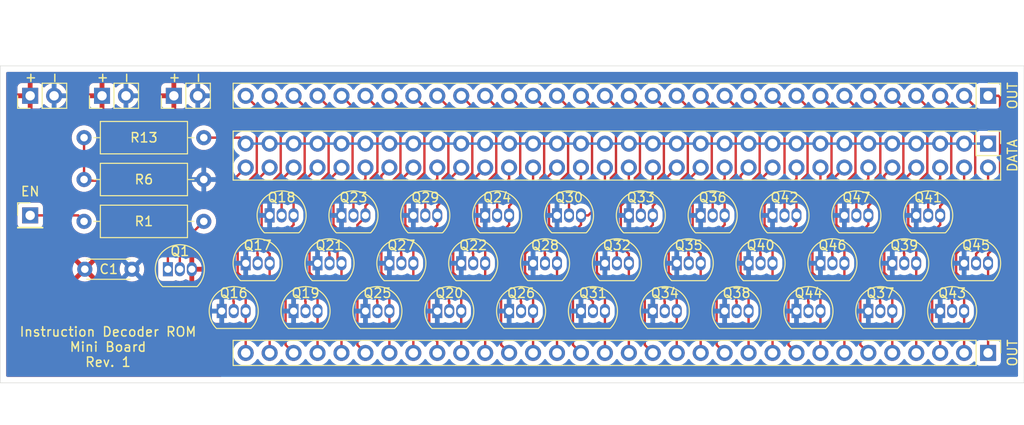
<source format=kicad_pcb>
(kicad_pcb (version 20221018) (generator pcbnew)
  (layers (0 "F.Cu" signal) (31 "B.Cu" signal) (34 "B.Paste" user) (35 "F.Paste" user) (36 "B.SilkS" user "B.Silkscreen") (37 "F.SilkS" user "F.Silkscreen") (38 "B.Mask" user) (39 "F.Mask" user) (44 "Edge.Cuts" user))
  (net 0 "")
  (net 1 "VCC")
  (net 2 "GND")
  (net 3 "Net-(J1-Pin_1)")
  (net 4 "Net-(J7-Pin_1)")
  (net 5 "Net-(J7-Pin_2)")
  (net 6 "Net-(J7-Pin_4)")
  (net 7 "Net-(J7-Pin_6)")
  (net 8 "Net-(J7-Pin_8)")
  (net 9 "Net-(J7-Pin_10)")
  (net 10 "Net-(J7-Pin_12)")
  (net 11 "Net-(J7-Pin_14)")
  (net 12 "Net-(J7-Pin_16)")
  (net 13 "Net-(J7-Pin_18)")
  (net 14 "Net-(J7-Pin_20)")
  (net 15 "Net-(J7-Pin_22)")
  (net 16 "Net-(J7-Pin_24)")
  (net 17 "Net-(J7-Pin_26)")
  (net 18 "Net-(J7-Pin_28)")
  (net 19 "Net-(J7-Pin_30)")
  (net 20 "Net-(J7-Pin_32)")
  (net 21 "Net-(J7-Pin_34)")
  (net 22 "Net-(J7-Pin_36)")
  (net 23 "Net-(J7-Pin_38)")
  (net 24 "Net-(J7-Pin_40)")
  (net 25 "Net-(J7-Pin_42)")
  (net 26 "Net-(J7-Pin_44)")
  (net 27 "Net-(J7-Pin_46)")
  (net 28 "Net-(J7-Pin_48)")
  (net 29 "Net-(J7-Pin_50)")
  (net 30 "Net-(J7-Pin_52)")
  (net 31 "Net-(J7-Pin_54)")
  (net 32 "Net-(J7-Pin_56)")
  (net 33 "Net-(J7-Pin_58)")
  (net 34 "Net-(J7-Pin_60)")
  (net 35 "Net-(J7-Pin_62)")
  (net 36 "Net-(J7-Pin_64)")
  (net 37 "Net-(J12-Pin_1)")
  (net 38 "Net-(J12-Pin_2)")
  (net 39 "Net-(J12-Pin_3)")
  (net 40 "Net-(J12-Pin_4)")
  (net 41 "Net-(J12-Pin_5)")
  (net 42 "Net-(J12-Pin_6)")
  (net 43 "Net-(J12-Pin_7)")
  (net 44 "Net-(J12-Pin_8)")
  (net 45 "Net-(J12-Pin_9)")
  (net 46 "Net-(J12-Pin_10)")
  (net 47 "Net-(J12-Pin_11)")
  (net 48 "Net-(J12-Pin_12)")
  (net 49 "Net-(J12-Pin_13)")
  (net 50 "Net-(J12-Pin_14)")
  (net 51 "Net-(J12-Pin_15)")
  (net 52 "Net-(J12-Pin_16)")
  (net 53 "Net-(J12-Pin_17)")
  (net 54 "Net-(J12-Pin_18)")
  (net 55 "Net-(J12-Pin_19)")
  (net 56 "Net-(J12-Pin_20)")
  (net 57 "Net-(J12-Pin_21)")
  (net 58 "Net-(J12-Pin_22)")
  (net 59 "Net-(J12-Pin_23)")
  (net 60 "Net-(J12-Pin_24)")
  (net 61 "Net-(J12-Pin_25)")
  (net 62 "Net-(J12-Pin_26)")
  (net 63 "Net-(J12-Pin_27)")
  (net 64 "Net-(J12-Pin_28)")
  (net 65 "Net-(J12-Pin_29)")
  (net 66 "Net-(J12-Pin_30)")
  (net 67 "Net-(J12-Pin_31)")
  (net 68 "Net-(J12-Pin_32)")
  (net 69 "Net-(Q1-E)")
  (net 70 "Net-(Q1-B)")
  (footprint "Connector_PinHeader_2.54mm:PinHeader_1x02_P2.54mm_Vertical" (layer "F.Cu") (at 83.82 125.095 90)
    (fp_text reference "J3" hide)
    (fp_text value "Power")
  )
  (footprint "Connector_PinHeader_2.54mm:PinHeader_1x02_P2.54mm_Vertical" (layer "F.Cu") (at 91.44 125.095 90)
    (fp_text reference "J4" hide)
    (fp_text value "Power")
  )
  (footprint "Connector_PinHeader_2.54mm:PinHeader_1x02_P2.54mm_Vertical" (layer "F.Cu") (at 76.2 125.095 90)
    (fp_text reference "J5" hide)
    (fp_text value "Power")
  )
  (footprint "Package_TO_SOT_THT:TO-92_Inline" (layer "F.Cu") (at 90.805 143.51)
    (fp_text reference "Q1")
    (fp_text value "2N2222")
  )
  (footprint "Package_TO_SOT_THT:TO-92_Inline" (layer "F.Cu") (at 96.52 147.955)
    (fp_text reference "Q16")
    (fp_text value "2N2222")
  )
  (footprint "Package_TO_SOT_THT:TO-92_Inline" (layer "F.Cu") (at 99.06 142.875)
    (fp_text reference "Q17")
    (fp_text value "2N2222")
  )
  (footprint "Package_TO_SOT_THT:TO-92_Inline" (layer "F.Cu") (at 101.6 137.795)
    (fp_text reference "Q18")
    (fp_text value "2N2222")
  )
  (footprint "Package_TO_SOT_THT:TO-92_Inline" (layer "F.Cu") (at 104.14 147.955)
    (fp_text reference "Q19")
    (fp_text value "2N2222")
  )
  (footprint "Package_TO_SOT_THT:TO-92_Inline" (layer "F.Cu") (at 119.38 147.955)
    (fp_text reference "Q20")
    (fp_text value "2N2222")
  )
  (footprint "Package_TO_SOT_THT:TO-92_Inline" (layer "F.Cu") (at 106.68 142.875)
    (fp_text reference "Q21")
    (fp_text value "2N2222")
  )
  (footprint "Package_TO_SOT_THT:TO-92_Inline" (layer "F.Cu") (at 121.92 142.875)
    (fp_text reference "Q22")
    (fp_text value "2N2222")
  )
  (footprint "Package_TO_SOT_THT:TO-92_Inline" (layer "F.Cu") (at 109.22 137.795)
    (fp_text reference "Q23")
    (fp_text value "2N2222")
  )
  (footprint "Package_TO_SOT_THT:TO-92_Inline" (layer "F.Cu") (at 124.46 137.795)
    (fp_text reference "Q24")
    (fp_text value "2N2222")
  )
  (footprint "Package_TO_SOT_THT:TO-92_Inline" (layer "F.Cu") (at 111.76 147.955)
    (fp_text reference "Q25")
    (fp_text value "2N2222")
  )
  (footprint "Package_TO_SOT_THT:TO-92_Inline" (layer "F.Cu") (at 127 147.955)
    (fp_text reference "Q26")
    (fp_text value "2N2222")
  )
  (footprint "Package_TO_SOT_THT:TO-92_Inline" (layer "F.Cu") (at 114.3 142.875)
    (fp_text reference "Q27")
    (fp_text value "2N2222")
  )
  (footprint "Package_TO_SOT_THT:TO-92_Inline" (layer "F.Cu") (at 129.54 142.875)
    (fp_text reference "Q28")
    (fp_text value "2N2222")
  )
  (footprint "Package_TO_SOT_THT:TO-92_Inline" (layer "F.Cu") (at 116.84 137.795)
    (fp_text reference "Q29")
    (fp_text value "2N2222")
  )
  (footprint "Package_TO_SOT_THT:TO-92_Inline" (layer "F.Cu") (at 132.08 137.795)
    (fp_text reference "Q30")
    (fp_text value "2N2222")
  )
  (footprint "Package_TO_SOT_THT:TO-92_Inline" (layer "F.Cu") (at 134.62 147.955)
    (fp_text reference "Q31")
    (fp_text value "2N2222")
  )
  (footprint "Package_TO_SOT_THT:TO-92_Inline" (layer "F.Cu") (at 137.16 142.875)
    (fp_text reference "Q32")
    (fp_text value "2N2222")
  )
  (footprint "Package_TO_SOT_THT:TO-92_Inline" (layer "F.Cu") (at 139.7 137.795)
    (fp_text reference "Q33")
    (fp_text value "2N2222")
  )
  (footprint "Package_TO_SOT_THT:TO-92_Inline" (layer "F.Cu") (at 142.24 147.955)
    (fp_text reference "Q34")
    (fp_text value "2N2222")
  )
  (footprint "Package_TO_SOT_THT:TO-92_Inline" (layer "F.Cu") (at 144.78 142.875)
    (fp_text reference "Q35")
    (fp_text value "2N2222")
  )
  (footprint "Package_TO_SOT_THT:TO-92_Inline" (layer "F.Cu") (at 147.32 137.795)
    (fp_text reference "Q36")
    (fp_text value "2N2222")
  )
  (footprint "Package_TO_SOT_THT:TO-92_Inline" (layer "F.Cu") (at 165.1 147.955)
    (fp_text reference "Q37")
    (fp_text value "2N2222")
  )
  (footprint "Package_TO_SOT_THT:TO-92_Inline" (layer "F.Cu") (at 149.86 147.955)
    (fp_text reference "Q38")
    (fp_text value "2N2222")
  )
  (footprint "Package_TO_SOT_THT:TO-92_Inline" (layer "F.Cu") (at 167.64 142.875)
    (fp_text reference "Q39")
    (fp_text value "2N2222")
  )
  (footprint "Package_TO_SOT_THT:TO-92_Inline" (layer "F.Cu") (at 152.4 142.875)
    (fp_text reference "Q40")
    (fp_text value "2N2222")
  )
  (footprint "Package_TO_SOT_THT:TO-92_Inline" (layer "F.Cu") (at 170.18 137.795)
    (fp_text reference "Q41")
    (fp_text value "2N2222")
  )
  (footprint "Package_TO_SOT_THT:TO-92_Inline" (layer "F.Cu") (at 154.94 137.795)
    (fp_text reference "Q42")
    (fp_text value "2N2222")
  )
  (footprint "Package_TO_SOT_THT:TO-92_Inline" (layer "F.Cu") (at 172.72 147.955)
    (fp_text reference "Q43")
    (fp_text value "2N2222")
  )
  (footprint "Package_TO_SOT_THT:TO-92_Inline" (layer "F.Cu") (at 157.48 147.955)
    (fp_text reference "Q44")
    (fp_text value "2N2222")
  )
  (footprint "Package_TO_SOT_THT:TO-92_Inline" (layer "F.Cu") (at 175.26 142.875)
    (fp_text reference "Q45")
    (fp_text value "2N2222")
  )
  (footprint "Package_TO_SOT_THT:TO-92_Inline" (layer "F.Cu") (at 160.02 142.875)
    (fp_text reference "Q46")
    (fp_text value "2N2222")
  )
  (footprint "Package_TO_SOT_THT:TO-92_Inline" (layer "F.Cu") (at 162.56 137.795)
    (fp_text reference "Q47")
    (fp_text value "2N2222")
  )
  (footprint "Resistor_THT:R_Axial_DIN0309_L9.0mm_D3.2mm_P12.70mm_Horizontal" (layer "F.Cu") (at 94.615 138.43 180)
    (fp_text reference "R1")
    (fp_text value "10K")
  )
  (footprint "Resistor_THT:R_Axial_DIN0309_L9.0mm_D3.2mm_P12.70mm_Horizontal" (layer "F.Cu") (at 81.915 133.985)
    (fp_text reference "R6")
    (fp_text value "1K")
  )
  (footprint "Resistor_THT:R_Axial_DIN0309_L9.0mm_D3.2mm_P12.70mm_Horizontal" (layer "F.Cu") (at 94.615 129.54 180)
    (fp_text reference "R13")
    (fp_text value "1K")
  )
  (footprint "Capacitor_THT:C_Disc_D4.3mm_W1.9mm_P5.00mm" (layer "F.Cu") (at 81.995 143.51)
    (fp_text reference "C1")
    (fp_text value "0.1uF")
  )
  (footprint "Connector_PinHeader_2.54mm:PinHeader_2x32_P2.54mm_Vertical" (layer "F.Cu") (at 177.8 130.175 -90)
    (fp_text reference "J7" hide)
    (fp_text value "BIT_4_CONFIG")
  )
  (footprint "Connector_PinHeader_2.54mm:PinHeader_1x01_P2.54mm_Vertical" (layer "F.Cu") (at 76.2 137.795)
    (fp_text reference "J1" hide)
    (fp_text value "EN")
  )
  (footprint "Connector_PinHeader_2.54mm:PinHeader_1x32_P2.54mm_Vertical" (layer "F.Cu") (at 177.8 125.095 -90)
    (fp_text reference "J12" hide)
    (fp_text value "MICROCODE_PASSTHROUGH")
  )
  (footprint "Connector_PinHeader_2.54mm:PinHeader_1x32_P2.54mm_Vertical" (layer "F.Cu") (at 177.8 152.4 -90)
    (fp_text reference "J8" hide)
    (fp_text value "MICROCODE_OUTPUT")
  )
  (gr_line (start 181.61 155.575) (end 181.61 154.94) (stroke (width 0.05)) (layer "Edge.Cuts"))
  (gr_line (start 73.025 121.92) (end 73.025 155.575) (stroke (width 0.05)) (layer "Edge.Cuts"))
  (gr_line (start 175.26 155.575) (end 181.61 155.575) (stroke (width 0.05)) (layer "Edge.Cuts"))
  (gr_line (start 181.61 154.94) (end 181.61 121.92) (stroke (width 0.05)) (layer "Edge.Cuts"))
  (gr_line (start 73.025 155.575) (end 175.26 155.575) (stroke (width 0.05)) (layer "Edge.Cuts"))
  (gr_line (start 181.61 121.92) (end 73.025 121.92) (stroke (width 0.05)) (layer "Edge.Cuts"))
  (gr_text "-" (at 78.74 123.19 90) (layer "F.SilkS") (effects (font (size 1 1))))
  (gr_text "+" (at 83.82 123.19 90) (layer "F.SilkS") (effects (font (size 1 1))))
  (gr_text "-" (at 86.36 123.19 90) (layer "F.SilkS") (effects (font (size 1 1))))
  (gr_text "+" (at 91.44 123.19 90) (layer "F.SilkS") (effects (font (size 1 1))))
  (gr_text "-" (at 93.98 123.19 90) (layer "F.SilkS") (effects (font (size 1 1))))
  (gr_text "OUT" (at 180.975 125.095 90) (layer "F.SilkS") (effects (font (size 1 1)) (justify bottom)))
  (gr_text "OUT" (at 180.975 152.4 90) (layer "F.SilkS") (effects (font (size 1 1)) (justify bottom)))
  (gr_text "+" (at 76.2 123.19 90) (layer "F.SilkS") (effects (font (size 1 1))))
  (gr_text "Instruction Decoder ROM\nMini Board\nRev. 1" (at 84.455 151.765) (layer "F.SilkS") (effects (font (size 1 1))))
  (gr_text "DATA" (at 180.975 131.445 90) (layer "F.SilkS") (effects (font (size 1 1)) (justify bottom)))
  (segment (start 76.2 137.795) (end 81.28 137.795) (width 0.25) (layer "F.Cu") (net 3))
  (segment (start 81.28 137.795) (end 81.915 138.43) (width 0.25) (layer "F.Cu") (net 3))
  (segment (start 94.615 129.54) (end 98.425 129.54) (width 0.25) (layer "F.Cu") (net 4))
  (segment (start 98.425 129.54) (end 99.06 130.175) (width 0.25) (layer "F.Cu") (net 4))
  (segment (start 99.06 130.175) (end 177.8 130.175) (width 0.25) (layer "B.Cu") (net 4))
  (segment (start 177.8 140.605) (end 176.53 141.875) (width 0.25) (layer "F.Cu") (net 5))
  (segment (start 176.53 141.875) (end 176.53 142.875) (width 0.25) (layer "F.Cu") (net 5))
  (segment (start 177.8 132.715) (end 177.8 140.605) (width 0.25) (layer "F.Cu") (net 5))
  (segment (start 173.959988 141.678599) (end 173.959988 146.924988) (width 0.25) (layer "F.Cu") (net 6))
  (segment (start 175.26 132.715) (end 175.26 140.378587) (width 0.25) (layer "F.Cu") (net 6))
  (segment (start 175.26 140.378587) (end 173.959988 141.678599) (width 0.25) (layer "F.Cu") (net 6))
  (segment (start 173.959988 146.924988) (end 173.99 146.955) (width 0.25) (layer "F.Cu") (net 6))
  (segment (start 173.99 146.955) (end 173.99 147.955) (width 0.25) (layer "F.Cu") (net 6))
  (segment (start 172.72 133.917081) (end 171.45 135.187081) (width 0.25) (layer "F.Cu") (net 7))
  (segment (start 171.45 135.187081) (end 171.45 137.795) (width 0.25) (layer "F.Cu") (net 7))
  (segment (start 172.72 132.715) (end 172.72 133.917081) (width 0.25) (layer "F.Cu") (net 7))
  (segment (start 170.18 132.715) (end 168.879988 134.015012) (width 0.25) (layer "F.Cu") (net 8))
  (segment (start 168.91 141.875) (end 168.91 142.875) (width 0.25) (layer "F.Cu") (net 8))
  (segment (start 168.879988 141.844988) (end 168.91 141.875) (width 0.25) (layer "F.Cu") (net 8))
  (segment (start 168.879988 134.015012) (end 168.879988 141.844988) (width 0.25) (layer "F.Cu") (net 8))
  (segment (start 166.37 146.955) (end 166.37 147.955) (width 0.25) (layer "F.Cu") (net 9))
  (segment (start 166.790001 134.66759) (end 166.339988 135.117603) (width 0.25) (layer "F.Cu") (net 9))
  (segment (start 167.64 132.715) (end 166.790001 133.564999) (width 0.25) (layer "F.Cu") (net 9))
  (segment (start 166.790001 133.564999) (end 166.790001 134.66759) (width 0.25) (layer "F.Cu") (net 9))
  (segment (start 166.339988 135.117603) (end 166.339988 146.924988) (width 0.25) (layer "F.Cu") (net 9))
  (segment (start 166.339988 146.924988) (end 166.37 146.955) (width 0.25) (layer "F.Cu") (net 9))
  (segment (start 165.1 133.917081) (end 163.83 135.187081) (width 0.25) (layer "F.Cu") (net 10))
  (segment (start 163.83 135.187081) (end 163.83 137.795) (width 0.25) (layer "F.Cu") (net 10))
  (segment (start 165.1 132.715) (end 165.1 133.917081) (width 0.25) (layer "F.Cu") (net 10))
  (segment (start 162.56 132.715) (end 161.259988 134.015012) (width 0.25) (layer "F.Cu") (net 11))
  (segment (start 161.29 141.875) (end 161.29 142.875) (width 0.25) (layer "F.Cu") (net 11))
  (segment (start 161.259988 134.015012) (end 161.259988 141.844988) (width 0.25) (layer "F.Cu") (net 11))
  (segment (start 161.259988 141.844988) (end 161.29 141.875) (width 0.25) (layer "F.Cu") (net 11))
  (segment (start 158.719988 135.283601) (end 158.719988 146.924988) (width 0.25) (layer "F.Cu") (net 12))
  (segment (start 160.02 133.98359) (end 158.719988 135.283601) (width 0.25) (layer "F.Cu") (net 12))
  (segment (start 158.719988 146.924988) (end 158.75 146.955) (width 0.25) (layer "F.Cu") (net 12))
  (segment (start 160.02 132.715) (end 160.02 133.98359) (width 0.25) (layer "F.Cu") (net 12))
  (segment (start 158.75 146.955) (end 158.75 147.955) (width 0.25) (layer "F.Cu") (net 12))
  (segment (start 156.21 135.187081) (end 156.21 137.795) (width 0.25) (layer "F.Cu") (net 13))
  (segment (start 157.48 132.715) (end 157.48 133.917081) (width 0.25) (layer "F.Cu") (net 13))
  (segment (start 157.48 133.917081) (end 156.21 135.187081) (width 0.25) (layer "F.Cu") (net 13))
  (segment (start 153.639988 134.015012) (end 153.639988 141.844988) (width 0.25) (layer "F.Cu") (net 14))
  (segment (start 154.94 132.715) (end 153.639988 134.015012) (width 0.25) (layer "F.Cu") (net 14))
  (segment (start 153.639988 141.844988) (end 153.67 141.875) (width 0.25) (layer "F.Cu") (net 14))
  (segment (start 153.67 141.875) (end 153.67 142.875) (width 0.25) (layer "F.Cu") (net 14))
  (segment (start 151.099988 146.924988) (end 151.13 146.955) (width 0.25) (layer "F.Cu") (net 15))
  (segment (start 151.099988 135.117603) (end 151.099988 146.924988) (width 0.25) (layer "F.Cu") (net 15))
  (segment (start 151.550001 134.66759) (end 151.099988 135.117603) (width 0.25) (layer "F.Cu") (net 15))
  (segment (start 151.13 146.955) (end 151.13 147.955) (width 0.25) (layer "F.Cu") (net 15))
  (segment (start 152.4 132.715) (end 151.550001 133.564999) (width 0.25) (layer "F.Cu") (net 15))
  (segment (start 151.550001 133.564999) (end 151.550001 134.66759) (width 0.25) (layer "F.Cu") (net 15))
  (segment (start 148.59 135.187081) (end 148.59 137.795) (width 0.25) (layer "F.Cu") (net 16))
  (segment (start 149.86 133.917081) (end 148.59 135.187081) (width 0.25) (layer "F.Cu") (net 16))
  (segment (start 149.86 132.715) (end 149.86 133.917081) (width 0.25) (layer "F.Cu") (net 16))
  (segment (start 147.32 132.715) (end 146.019988 134.015012) (width 0.25) (layer "F.Cu") (net 17))
  (segment (start 146.019988 134.015012) (end 146.019988 141.844988) (width 0.25) (layer "F.Cu") (net 17))
  (segment (start 146.019988 141.844988) (end 146.05 141.875) (width 0.25) (layer "F.Cu") (net 17))
  (segment (start 146.05 141.875) (end 146.05 142.875) (width 0.25) (layer "F.Cu") (net 17))
  (segment (start 143.479988 134.015012) (end 143.479988 146.924988) (width 0.25) (layer "F.Cu") (net 18))
  (segment (start 143.479988 146.924988) (end 143.51 146.955) (width 0.25) (layer "F.Cu") (net 18))
  (segment (start 143.51 146.955) (end 143.51 147.955) (width 0.25) (layer "F.Cu") (net 18))
  (segment (start 144.78 132.715) (end 143.479988 134.015012) (width 0.25) (layer "F.Cu") (net 18))
  (segment (start 142.24 133.917081) (end 140.97 135.187081) (width 0.25) (layer "F.Cu") (net 19))
  (segment (start 140.97 135.187081) (end 140.97 137.795) (width 0.25) (layer "F.Cu") (net 19))
  (segment (start 142.24 132.715) (end 142.24 133.917081) (width 0.25) (layer "F.Cu") (net 19))
  (segment (start 139.7 135.298587) (end 138.399988 136.598599) (width 0.25) (layer "F.Cu") (net 20))
  (segment (start 138.399988 141.844988) (end 138.43 141.875) (width 0.25) (layer "F.Cu") (net 20))
  (segment (start 138.43 141.875) (end 138.43 142.875) (width 0.25) (layer "F.Cu") (net 20))
  (segment (start 139.7 132.715) (end 139.7 135.298587) (width 0.25) (layer "F.Cu") (net 20))
  (segment (start 138.399988 136.598599) (end 138.399988 141.844988) (width 0.25) (layer "F.Cu") (net 20))
  (segment (start 137.16 132.715) (end 137.16 137.158589) (width 0.25) (layer "F.Cu") (net 21))
  (segment (start 137.16 137.158589) (end 135.439991 138.878598) (width 0.25) (layer "F.Cu") (net 21))
  (segment (start 135.439991 138.878598) (end 135.439991 146.504991) (width 0.25) (layer "F.Cu") (net 21))
  (segment (start 135.439991 146.504991) (end 135.89 146.955) (width 0.25) (layer "F.Cu") (net 21))
  (segment (start 135.89 146.955) (end 135.89 147.955) (width 0.25) (layer "F.Cu") (net 21))
  (segment (start 134.62 132.715) (end 134.62 133.917081) (width 0.25) (layer "F.Cu") (net 22))
  (segment (start 133.35 135.187081) (end 133.35 137.795) (width 0.25) (layer "F.Cu") (net 22))
  (segment (start 134.62 133.917081) (end 133.35 135.187081) (width 0.25) (layer "F.Cu") (net 22))
  (segment (start 132.08 132.715) (end 130.779988 134.015012) (width 0.25) (layer "F.Cu") (net 23))
  (segment (start 130.779988 134.015012) (end 130.779988 141.844988) (width 0.25) (layer "F.Cu") (net 23))
  (segment (start 130.779988 141.844988) (end 130.81 141.875) (width 0.25) (layer "F.Cu") (net 23))
  (segment (start 130.81 141.875) (end 130.81 142.875) (width 0.25) (layer "F.Cu") (net 23))
  (segment (start 128.239988 141.678599) (end 128.239988 146.924988) (width 0.25) (layer "F.Cu") (net 24))
  (segment (start 129.54 132.715) (end 129.54 140.378588) (width 0.25) (layer "F.Cu") (net 24))
  (segment (start 128.239988 146.924988) (end 128.27 146.955) (width 0.25) (layer "F.Cu") (net 24))
  (segment (start 128.27 146.955) (end 128.27 147.955) (width 0.25) (layer "F.Cu") (net 24))
  (segment (start 129.54 140.378588) (end 128.239988 141.678599) (width 0.25) (layer "F.Cu") (net 24))
  (segment (start 127 132.715) (end 127 133.917081) (width 0.25) (layer "F.Cu") (net 25))
  (segment (start 127 133.917081) (end 125.73 135.187081) (width 0.25) (layer "F.Cu") (net 25))
  (segment (start 125.73 135.187081) (end 125.73 137.795) (width 0.25) (layer "F.Cu") (net 25))
  (segment (start 123.19 141.875) (end 123.19 142.875) (width 0.25) (layer "F.Cu") (net 26))
  (segment (start 123.159988 134.015012) (end 123.159988 141.844988) (width 0.25) (layer "F.Cu") (net 26))
  (segment (start 124.46 132.715) (end 123.159988 134.015012) (width 0.25) (layer "F.Cu") (net 26))
  (segment (start 123.159988 141.844988) (end 123.19 141.875) (width 0.25) (layer "F.Cu") (net 26))
  (segment (start 121.92 132.715) (end 120.619988 134.015012) (width 0.25) (layer "F.Cu") (net 27))
  (segment (start 120.65 146.955) (end 120.65 147.955) (width 0.25) (layer "F.Cu") (net 27))
  (segment (start 120.619988 146.924988) (end 120.65 146.955) (width 0.25) (layer "F.Cu") (net 27))
  (segment (start 120.619988 134.015012) (end 120.619988 146.924988) (width 0.25) (layer "F.Cu") (net 27))
  (segment (start 118.11 135.187081) (end 118.11 137.795) (width 0.25) (layer "F.Cu") (net 28))
  (segment (start 119.38 133.917081) (end 118.11 135.187081) (width 0.25) (layer "F.Cu") (net 28))
  (segment (start 119.38 132.715) (end 119.38 133.917081) (width 0.25) (layer "F.Cu") (net 28))
  (segment (start 115.57 141.875) (end 115.57 142.875) (width 0.25) (layer "F.Cu") (net 29))
  (segment (start 116.84 132.715) (end 115.539988 134.015012) (width 0.25) (layer "F.Cu") (net 29))
  (segment (start 115.539988 134.015012) (end 115.539988 141.844988) (width 0.25) (layer "F.Cu") (net 29))
  (segment (start 115.539988 141.844988) (end 115.57 141.875) (width 0.25) (layer "F.Cu") (net 29))
  (segment (start 112.999988 135.117603) (end 112.999988 146.924988) (width 0.25) (layer "F.Cu") (net 30))
  (segment (start 114.3 132.715) (end 113.450001 133.564999) (width 0.25) (layer "F.Cu") (net 30))
  (segment (start 112.999988 146.924988) (end 113.03 146.955) (width 0.25) (layer "F.Cu") (net 30))
  (segment (start 113.03 146.955) (end 113.03 147.955) (width 0.25) (layer "F.Cu") (net 30))
  (segment (start 113.450001 134.66759) (end 112.999988 135.117603) (width 0.25) (layer "F.Cu") (net 30))
  (segment (start 113.450001 133.564999) (end 113.450001 134.66759) (width 0.25) (layer "F.Cu") (net 30))
  (segment (start 110.49 135.187081) (end 110.49 137.795) (width 0.25) (layer "F.Cu") (net 31))
  (segment (start 111.76 132.715) (end 111.76 133.917081) (width 0.25) (layer "F.Cu") (net 31))
  (segment (start 111.76 133.917081) (end 110.49 135.187081) (width 0.25) (layer "F.Cu") (net 31))
  (segment (start 107.919988 134.015012) (end 107.919988 141.844988) (width 0.25) (layer "F.Cu") (net 32))
  (segment (start 107.919988 141.844988) (end 107.95 141.875) (width 0.25) (layer "F.Cu") (net 32))
  (segment (start 107.95 141.875) (end 107.95 142.875) (width 0.25) (layer "F.Cu") (net 32))
  (segment (start 109.22 132.715) (end 107.919988 134.015012) (width 0.25) (layer "F.Cu") (net 32))
  (segment (start 105.379988 146.924988) (end 105.41 146.955) (width 0.25) (layer "F.Cu") (net 33))
  (segment (start 106.68 132.715) (end 105.379988 134.015012) (width 0.25) (layer "F.Cu") (net 33))
  (segment (start 105.41 146.955) (end 105.41 147.955) (width 0.25) (layer "F.Cu") (net 33))
  (segment (start 105.379988 134.015012) (end 105.379988 146.924988) (width 0.25) (layer "F.Cu") (net 33))
  (segment (start 102.87 133.985) (end 102.87 137.795) (width 0.25) (layer "F.Cu") (net 34))
  (segment (start 104.14 132.715) (end 102.87 133.985) (width 0.25) (layer "F.Cu") (net 34))
  (segment (start 100.299988 141.844988) (end 100.33 141.875) (width 0.25) (layer "F.Cu") (net 35))
  (segment (start 101.6 132.715) (end 100.299988 134.015012) (width 0.25) (layer "F.Cu") (net 35))
  (segment (start 100.299988 134.015012) (end 100.299988 141.844988) (width 0.25) (layer "F.Cu") (net 35))
  (segment (start 100.33 141.875) (end 100.33 142.875) (width 0.25) (layer "F.Cu") (net 35))
  (segment (start 97.79 146.955) (end 97.79 147.955) (width 0.25) (layer "F.Cu") (net 36))
  (segment (start 97.759988 134.015012) (end 97.759988 146.924988) (width 0.25) (layer "F.Cu") (net 36))
  (segment (start 97.759988 146.924988) (end 97.79 146.955) (width 0.25) (layer "F.Cu") (net 36))
  (segment (start 99.06 132.715) (end 97.759988 134.015012) (width 0.25) (layer "F.Cu") (net 36))
  (segment (start 177.8 152.4) (end 177.8 142.875) (width 0.25) (layer "F.Cu") (net 37))
  (segment (start 177.8 142.875) (end 177.8 141.875) (width 0.25) (layer "F.Cu") (net 37))
  (segment (start 179.07 140.605) (end 179.07 125.265) (width 0.25) (layer "F.Cu") (net 37))
  (segment (start 177.8 141.875) (end 179.07 140.605) (width 0.25) (layer "F.Cu") (net 37))
  (segment (start 179.07 125.265) (end 178.9 125.095) (width 0.25) (layer "F.Cu") (net 37))
  (segment (start 178.9 125.095) (end 177.8 125.095) (width 0.25) (layer "F.Cu") (net 37))
  (segment (start 176.109999 125.944999) (end 175.26 125.095) (width 0.25) (layer "F.Cu") (net 38))
  (segment (start 174.409999 143.885001) (end 174.409999 141.864998) (width 0.25) (layer "F.Cu") (net 38))
  (segment (start 175.26 144.735002) (end 174.409999 143.885001) (width 0.25) (layer "F.Cu") (net 38))
  (segment (start 174.409999 141.864998) (end 176.435001 139.839996) (width 0.25) (layer "F.Cu") (net 38))
  (segment (start 176.435001 126.270001) (end 176.109999 125.944999) (width 0.25) (layer "F.Cu") (net 38))
  (segment (start 175.26 152.4) (end 175.26 147.955) (width 0.25) (layer "F.Cu") (net 38))
  (segment (start 175.26 147.955) (end 175.26 144.735002) (width 0.25) (layer "F.Cu") (net 38))
  (segment (start 176.435001 139.839996) (end 176.435001 126.270001) (width 0.25) (layer "F.Cu") (net 38))
  (segment (start 172.72 136.795) (end 173.895001 135.619999) (width 0.25) (layer "F.Cu") (net 39))
  (segment (start 172.72 151.197919) (end 171.869999 150.347918) (width 0.25) (layer "F.Cu") (net 39))
  (segment (start 172.72 137.795) (end 172.72 136.795) (width 0.25) (layer "F.Cu") (net 39))
  (segment (start 172.72 138.795) (end 172.72 137.795) (width 0.25) (layer "F.Cu") (net 39))
  (segment (start 173.569999 125.944999) (end 172.72 125.095) (width 0.25) (layer "F.Cu") (net 39))
  (segment (start 172.72 152.4) (end 172.72 151.197919) (width 0.25) (layer "F.Cu") (net 39))
  (segment (start 171.869999 150.347918) (end 171.869999 139.645001) (width 0.25) (layer "F.Cu") (net 39))
  (segment (start 171.869999 139.645001) (end 172.72 138.795) (width 0.25) (layer "F.Cu") (net 39))
  (segment (start 173.895001 135.619999) (end 173.895001 126.270001) (width 0.25) (layer "F.Cu") (net 39))
  (segment (start 173.895001 126.270001) (end 173.569999 125.944999) (width 0.25) (layer "F.Cu") (net 39))
  (segment (start 171.355001 133.279001) (end 171.355001 126.270001) (width 0.25) (layer "F.Cu") (net 40))
  (segment (start 170.18 152.4) (end 170.18 142.875) (width 0.25) (layer "F.Cu") (net 40))
  (segment (start 170.18 139.655002) (end 169.329999 138.805001) (width 0.25) (layer "F.Cu") (net 40))
  (segment (start 171.355001 126.270001) (end 171.029999 125.944999) (width 0.25) (layer "F.Cu") (net 40))
  (segment (start 171.029999 125.944999) (end 170.18 125.095) (width 0.25) (layer "F.Cu") (net 40))
  (segment (start 169.329999 135.304003) (end 171.355001 133.279001) (width 0.25) (layer "F.Cu") (net 40))
  (segment (start 170.18 142.875) (end 170.18 139.655002) (width 0.25) (layer "F.Cu") (net 40))
  (segment (start 169.329999 138.805001) (end 169.329999 135.304003) (width 0.25) (layer "F.Cu") (net 40))
  (segment (start 168.815001 133.279001) (end 168.815001 126.270001) (width 0.25) (layer "F.Cu") (net 41))
  (segment (start 168.489999 125.944999) (end 167.64 125.095) (width 0.25) (layer "F.Cu") (net 41))
  (segment (start 168.815001 126.270001) (end 168.489999 125.944999) (width 0.25) (layer "F.Cu") (net 41))
  (segment (start 166.789999 135.304002) (end 168.815001 133.279001) (width 0.25) (layer "F.Cu") (net 41))
  (segment (start 167.64 152.4) (end 167.64 147.955) (width 0.25) (layer "F.Cu") (net 41))
  (segment (start 167.64 144.735002) (end 166.789999 143.885001) (width 0.25) (layer "F.Cu") (net 41))
  (segment (start 166.789999 143.885001) (end 166.789999 135.304002) (width 0.25) (layer "F.Cu") (net 41))
  (segment (start 167.64 147.955) (end 167.64 144.735002) (width 0.25) (layer "F.Cu") (net 41))
  (segment (start 164.249999 151.549999) (end 164.249999 139.645001) (width 0.25) (layer "F.Cu") (net 42))
  (segment (start 165.889978 136.005022) (end 165.889978 133.828612) (width 0.25) (layer "F.Cu") (net 42))
  (segment (start 165.1 137.795) (end 165.1 136.795) (width 0.25) (layer "F.Cu") (net 42))
  (segment (start 166.37 126.365) (end 165.1 125.095) (width 0.25) (layer "F.Cu") (net 42))
  (segment (start 165.889978 133.828612) (end 166.37 133.34859) (width 0.25) (layer "F.Cu") (net 42))
  (segment (start 165.1 138.795) (end 165.1 137.795) (width 0.25) (layer "F.Cu") (net 42))
  (segment (start 165.1 152.4) (end 164.249999 151.549999) (width 0.25) (layer "F.Cu") (net 42))
  (segment (start 166.37 133.34859) (end 166.37 126.365) (width 0.25) (layer "F.Cu") (net 42))
  (segment (start 164.249999 139.645001) (end 165.1 138.795) (width 0.25) (layer "F.Cu") (net 42))
  (segment (start 165.1 136.795) (end 165.889978 136.005022) (width 0.25) (layer "F.Cu") (net 42))
  (segment (start 163.409999 125.944999) (end 162.56 125.095) (width 0.25) (layer "F.Cu") (net 43))
  (segment (start 163.735001 126.270001) (end 163.409999 125.944999) (width 0.25) (layer "F.Cu") (net 43))
  (segment (start 162.56 142.875) (end 162.56 139.655002) (width 0.25) (layer "F.Cu") (net 43))
  (segment (start 163.735001 133.279001) (end 163.735001 126.270001) (width 0.25) (layer "F.Cu") (net 43))
  (segment (start 162.56 139.655002) (end 161.709999 138.805001) (width 0.25) (layer "F.Cu") (net 43))
  (segment (start 161.709999 138.805001) (end 161.709999 135.304003) (width 0.25) (layer "F.Cu") (net 43))
  (segment (start 161.709999 135.304003) (end 163.735001 133.279001) (width 0.25) (layer "F.Cu") (net 43))
  (segment (start 162.56 152.4) (end 162.56 142.875) (width 0.25) (layer "F.Cu") (net 43))
  (segment (start 159.169999 143.885001) (end 159.169999 139.280001) (width 0.25) (layer "F.Cu") (net 44))
  (segment (start 160.02 147.955) (end 160.02 144.735002) (width 0.25) (layer "F.Cu") (net 44))
  (segment (start 160.869999 125.944999) (end 160.02 125.095) (width 0.25) (layer "F.Cu") (net 44))
  (segment (start 160.809978 137.640022) (end 160.809978 133.664024) (width 0.25) (layer "F.Cu") (net 44))
  (segment (start 160.809978 133.664024) (end 161.195001 133.279001) (width 0.25) (layer "F.Cu") (net 44))
  (segment (start 161.195001 126.270001) (end 160.869999 125.944999) (width 0.25) (layer "F.Cu") (net 44))
  (segment (start 161.195001 133.279001) (end 161.195001 126.270001) (width 0.25) (layer "F.Cu") (net 44))
  (segment (start 160.02 152.4) (end 160.02 147.955) (width 0.25) (layer "F.Cu") (net 44))
  (segment (start 159.169999 139.280001) (end 160.809978 137.640022) (width 0.25) (layer "F.Cu") (net 44))
  (segment (start 160.02 144.735002) (end 159.169999 143.885001) (width 0.25) (layer "F.Cu") (net 44))
  (segment (start 158.329999 125.944999) (end 157.48 125.095) (width 0.25) (layer "F.Cu") (net 45))
  (segment (start 158.655001 133.37849) (end 158.655001 126.270001) (width 0.25) (layer "F.Cu") (net 45))
  (segment (start 158.655001 126.270001) (end 158.329999 125.944999) (width 0.25) (layer "F.Cu") (net 45))
  (segment (start 157.48 152.4) (end 156.629999 151.549999) (width 0.25) (layer "F.Cu") (net 45))
  (segment (start 156.629999 151.549999) (end 156.629999 139.645001) (width 0.25) (layer "F.Cu") (net 45))
  (segment (start 157.48 138.795) (end 157.48 137.795) (width 0.25) (layer "F.Cu") (net 45))
  (segment (start 157.48 137.795) (end 157.48 134.553491) (width 0.25) (layer "F.Cu") (net 45))
  (segment (start 157.48 134.553491) (end 158.655001 133.37849) (width 0.25) (layer "F.Cu") (net 45))
  (segment (start 156.629999 139.645001) (end 157.48 138.795) (width 0.25) (layer "F.Cu") (net 45))
  (segment (start 156.21 126.365) (end 155.789999 125.944999) (width 0.25) (layer "F.Cu") (net 46))
  (segment (start 156.21 134.550671) (end 156.21 126.365) (width 0.25) (layer "F.Cu") (net 46))
  (segment (start 154.94 152.4) (end 154.94 142.875) (width 0.25) (layer "F.Cu") (net 46))
  (segment (start 155.789999 125.944999) (end 154.94 125.095) (width 0.25) (layer "F.Cu") (net 46))
  (segment (start 154.94 142.875) (end 154.94 139.655002) (width 0.25) (layer "F.Cu") (net 46))
  (segment (start 154.089999 136.670672) (end 156.21 134.550671) (width 0.25) (layer "F.Cu") (net 46))
  (segment (start 154.94 139.655002) (end 154.089999 138.805001) (width 0.25) (layer "F.Cu") (net 46))
  (segment (start 154.089999 138.805001) (end 154.089999 136.670672) (width 0.25) (layer "F.Cu") (net 46))
  (segment (start 152.4 152.4) (end 152.4 147.955) (width 0.25) (layer "F.Cu") (net 47))
  (segment (start 152.4 147.955) (end 152.4 144.735002) (width 0.25) (layer "F.Cu") (net 47))
  (segment (start 152.4 144.735002) (end 151.549999 143.885001) (width 0.25) (layer "F.Cu") (net 47))
  (segment (start 153.575001 126.270001) (end 153.249999 125.944999) (width 0.25) (layer "F.Cu") (net 47))
  (segment (start 151.549999 135.304002) (end 153.575001 133.279001) (width 0.25) (layer "F.Cu") (net 47))
  (segment (start 153.249999 125.944999) (end 152.4 125.095) (width 0.25) (layer "F.Cu") (net 47))
  (segment (start 153.575001 133.279001) (end 153.575001 126.270001) (width 0.25) (layer "F.Cu") (net 47))
  (segment (start 151.549999 143.885001) (end 151.549999 135.304002) (width 0.25) (layer "F.Cu") (net 47))
  (segment (start 149.86 137.795) (end 149.86 134.61859) (width 0.25) (layer "F.Cu") (net 48))
  (segment (start 151.035001 133.443589) (end 151.035001 126.270001) (width 0.25) (layer "F.Cu") (net 48))
  (segment (start 149.86 138.795) (end 149.86 137.795) (width 0.25) (layer "F.Cu") (net 48))
  (segment (start 150.709999 125.944999) (end 149.86 125.095) (width 0.25) (layer "F.Cu") (net 48))
  (segment (start 149.86 152.4) (end 149.009999 151.549999) (width 0.25) (layer "F.Cu") (net 48))
  (segment (start 149.009999 139.645001) (end 149.86 138.795) (width 0.25) (layer "F.Cu") (net 48))
  (segment (start 149.009999 151.549999) (end 149.009999 139.645001) (width 0.25) (layer "F.Cu") (net 48))
  (segment (start 151.035001 126.270001) (end 150.709999 125.944999) (width 0.25) (layer "F.Cu") (net 48))
  (segment (start 149.86 134.61859) (end 151.035001 133.443589) (width 0.25) (layer "F.Cu") (net 48))
  (segment (start 147.32 141.875) (end 146.469999 141.024999) (width 0.25) (layer "F.Cu") (net 49))
  (segment (start 146.469999 141.024999) (end 146.469999 135.304003) (width 0.25) (layer "F.Cu") (net 49))
  (segment (start 147.32 142.875) (end 147.32 141.875) (width 0.25) (layer "F.Cu") (net 49))
  (segment (start 147.32 152.4) (end 147.32 142.875) (width 0.25) (layer "F.Cu") (net 49))
  (segment (start 148.495001 126.270001) (end 148.169999 125.944999) (width 0.25) (layer "F.Cu") (net 49))
  (segment (start 146.469999 135.304003) (end 148.495001 133.279001) (width 0.25) (layer "F.Cu") (net 49))
  (segment (start 148.169999 125.944999) (end 147.32 125.095) (width 0.25) (layer "F.Cu") (net 49))
  (segment (start 148.495001 133.279001) (end 148.495001 126.270001) (width 0.25) (layer "F.Cu") (net 49))
  (segment (start 144.78 152.4) (end 144.78 147.955) (width 0.25) (layer "F.Cu") (net 50))
  (segment (start 144.78 144.735002) (end 143.929999 143.885001) (width 0.25) (layer "F.Cu") (net 50))
  (segment (start 145.955001 133.279001) (end 145.955001 126.270001) (width 0.25) (layer "F.Cu") (net 50))
  (segment (start 144.78 147.955) (end 144.78 144.735002) (width 0.25) (layer "F.Cu") (net 50))
  (segment (start 145.629999 125.944999) (end 144.78 125.095) (width 0.25) (layer "F.Cu") (net 50))
  (segment (start 143.929999 143.885001) (end 143.929999 135.304003) (width 0.25) (layer "F.Cu") (net 50))
  (segment (start 143.929999 135.304003) (end 145.955001 133.279001) (width 0.25) (layer "F.Cu") (net 50))
  (segment (start 145.955001 126.270001) (end 145.629999 125.944999) (width 0.25) (layer "F.Cu") (net 50))
  (segment (start 143.415001 133.279001) (end 143.415001 126.270001) (width 0.25) (layer "F.Cu") (net 51))
  (segment (start 142.24 136.795) (end 142.804001 136.230999) (width 0.25) (layer "F.Cu") (net 51))
  (segment (start 141.389999 151.549999) (end 141.389999 139.645001) (width 0.25) (layer "F.Cu") (net 51))
  (segment (start 142.24 138.795) (end 142.24 137.795) (width 0.25) (layer "F.Cu") (net 51))
  (segment (start 143.415001 126.270001) (end 143.089999 125.944999) (width 0.25) (layer "F.Cu") (net 51))
  (segment (start 142.24 137.795) (end 142.24 136.795) (width 0.25) (layer "F.Cu") (net 51))
  (segment (start 142.804001 136.230999) (end 142.804001 133.890001) (width 0.25) (layer "F.Cu") (net 51))
  (segment (start 143.089999 125.944999) (end 142.24 125.095) (width 0.25) (layer "F.Cu") (net 51))
  (segment (start 141.389999 139.645001) (end 142.24 138.795) (width 0.25) (layer "F.Cu") (net 51))
  (segment (start 142.804001 133.890001) (end 143.415001 133.279001) (width 0.25) (layer "F.Cu") (net 51))
  (segment (start 142.24 152.4) (end 141.389999 151.549999) (width 0.25) (layer "F.Cu") (net 51))
  (segment (start 140.335 133.819002) (end 140.875001 133.279001) (width 0.25) (layer "F.Cu") (net 52))
  (segment (start 138.849999 136.784999) (end 140.335 135.299998) (width 0.25) (layer "F.Cu") (net 52))
  (segment (start 138.849999 141.024999) (end 138.849999 136.784999) (width 0.25) (layer "F.Cu") (net 52))
  (segment (start 139.7 142.875) (end 139.7 141.875) (width 0.25) (layer "F.Cu") (net 52))
  (segment (start 140.335 135.299998) (end 140.335 133.819002) (width 0.25) (layer "F.Cu") (net 52))
  (segment (start 139.7 141.875) (end 138.849999 141.024999) (width 0.25) (layer "F.Cu") (net 52))
  (segment (start 140.875001 126.270001) (end 140.549999 125.944999) (width 0.25) (layer "F.Cu") (net 52))
  (segment (start 139.7 152.4) (end 139.7 142.875) (width 0.25) (layer "F.Cu") (net 52))
  (segment (start 140.549999 125.944999) (end 139.7 125.095) (width 0.25) (layer "F.Cu") (net 52))
  (segment (start 140.875001 133.279001) (end 140.875001 126.270001) (width 0.25) (layer "F.Cu") (net 52))
  (segment (start 138.335001 126.270001) (end 138.009999 125.944999) (width 0.25) (layer "F.Cu") (net 53))
  (segment (start 138.009999 125.944999) (end 137.16 125.095) (width 0.25) (layer "F.Cu") (net 53))
  (segment (start 136.309999 143.885001) (end 136.309999 138.645) (width 0.25) (layer "F.Cu") (net 53))
  (segment (start 137.795 133.819002) (end 138.335001 133.279001) (width 0.25) (layer "F.Cu") (net 53))
  (segment (start 137.16 152.4) (end 137.16 147.955) (width 0.25) (layer "F.Cu") (net 53))
  (segment (start 137.16 144.735002) (end 136.309999 143.885001) (width 0.25) (layer "F.Cu") (net 53))
  (segment (start 137.795 137.159999) (end 137.795 133.819002) (width 0.25) (layer "F.Cu") (net 53))
  (segment (start 138.335001 133.279001) (end 138.335001 126.270001) (width 0.25) (layer "F.Cu") (net 53))
  (segment (start 137.16 147.955) (end 137.16 144.735002) (width 0.25) (layer "F.Cu") (net 53))
  (segment (start 136.309999 138.645) (end 137.795 137.159999) (width 0.25) (layer "F.Cu") (net 53))
  (segment (start 135.795001 126.270001) (end 135.469999 125.944999) (width 0.25) (layer "F.Cu") (net 54))
  (segment (start 134.62 137.795) (end 135.395 137.795) (width 0.25) (layer "F.Cu") (net 54))
  (segment (start 135.395 137.795) (end 135.795001 137.394999) (width 0.25) (layer "F.Cu") (net 54))
  (segment (start 133.769999 151.549999) (end 133.769999 139.645001) (width 0.25) (layer "F.Cu") (net 54))
  (segment (start 134.62 152.4) (end 133.769999 151.549999) (width 0.25) (layer "F.Cu") (net 54))
  (segment (start 133.769999 139.645001) (end 134.62 138.795) (width 0.25) (layer "F.Cu") (net 54))
  (segment (start 135.469999 125.944999) (end 134.62 125.095) (width 0.25) (layer "F.Cu") (net 54))
  (segment (start 134.62 138.795) (end 134.62 137.795) (width 0.25) (layer "F.Cu") (net 54))
  (segment (start 135.795001 137.394999) (end 135.795001 126.270001) (width 0.25) (layer "F.Cu") (net 54))
  (segment (start 133.255001 126.270001) (end 132.929999 125.944999) (width 0.25) (layer "F.Cu") (net 55))
  (segment (start 133.255001 133.279001) (end 133.255001 126.270001) (width 0.25) (layer "F.Cu") (net 55))
  (segment (start 132.08 142.875) (end 132.08 139.655002) (width 0.25) (layer "F.Cu") (net 55))
  (segment (start 132.929999 125.944999) (end 132.08 125.095) (width 0.25) (layer "F.Cu") (net 55))
  (segment (start 132.08 152.4) (end 132.08 142.875) (width 0.25) (layer "F.Cu") (net 55))
  (segment (start 131.229999 135.304003) (end 133.255001 133.279001) (width 0.25) (layer "F.Cu") (net 55))
  (segment (start 131.229999 138.805001) (end 131.229999 135.304003) (width 0.25) (layer "F.Cu") (net 55))
  (segment (start 132.08 139.655002) (end 131.229999 138.805001) (width 0.25) (layer "F.Cu") (net 55))
  (segment (start 130.389999 125.944999) (end 129.54 125.095) (width 0.25) (layer "F.Cu") (net 56))
  (segment (start 128.689999 143.885001) (end 128.689999 141.864999) (width 0.25) (layer "F.Cu") (net 56))
  (segment (start 130.715001 133.443589) (end 130.715001 126.270001) (width 0.25) (layer "F.Cu") (net 56))
  (segment (start 129.54 152.4) (end 129.54 147.955) (width 0.25) (layer "F.Cu") (net 56))
  (segment (start 130.329979 133.828611) (end 130.715001 133.443589) (width 0.25) (layer "F.Cu") (net 56))
  (segment (start 128.689999 141.864999) (end 130.329979 140.225019) (width 0.25) (layer "F.Cu") (net 56))
  (segment (start 129.54 144.735002) (end 128.689999 143.885001) (width 0.25) (layer "F.Cu") (net 56))
  (segment (start 129.54 147.955) (end 129.54 144.735002) (width 0.25) (layer "F.Cu") (net 56))
  (segment (start 130.715001 126.270001) (end 130.389999 125.944999) (width 0.25) (layer "F.Cu") (net 56))
  (segment (start 130.329979 140.225019) (end 130.329979 133.828611) (width 0.25) (layer "F.Cu") (net 56))
  (segment (start 127 136.795) (end 128.175001 135.619999) (width 0.25) (layer "F.Cu") (net 57))
  (segment (start 127 137.795) (end 127 136.795) (width 0.25) (layer "F.Cu") (net 57))
  (segment (start 127 152.4) (end 126.149999 151.549999) (width 0.25) (layer "F.Cu") (net 57))
  (segment (start 126.149999 139.645001) (end 127 138.795) (width 0.25) (layer "F.Cu") (net 57))
  (segment (start 126.149999 151.549999) (end 126.149999 139.645001) (width 0.25) (layer "F.Cu") (net 57))
  (segment (start 127.849999 125.944999) (end 127 125.095) (width 0.25) (layer "F.Cu") (net 57))
  (segment (start 128.175001 126.270001) (end 127.849999 125.944999) (width 0.25) (layer "F.Cu") (net 57))
  (segment (start 127 138.795) (end 127 137.795) (width 0.25) (layer "F.Cu") (net 57))
  (segment (start 128.175001 135.619999) (end 128.175001 126.270001) (width 0.25) (layer "F.Cu") (net 57))
  (segment (start 124.46 139.655002) (end 123.609999 138.805001) (width 0.25) (layer "F.Cu") (net 58))
  (segment (start 124.46 142.875) (end 124.46 139.655002) (width 0.25) (layer "F.Cu") (net 58))
  (segment (start 125.635001 126.270001) (end 125.309999 125.944999) (width 0.25) (layer "F.Cu") (net 58))
  (segment (start 125.309999 125.944999) (end 124.46 125.095) (width 0.25) (layer "F.Cu") (net 58))
  (segment (start 125.635001 133.279001) (end 125.635001 126.270001) (width 0.25) (layer "F.Cu") (net 58))
  (segment (start 123.609999 135.304003) (end 125.635001 133.279001) (width 0.25) (layer "F.Cu") (net 58))
  (segment (start 124.46 152.4) (end 124.46 142.875) (width 0.25) (layer "F.Cu") (net 58))
  (segment (start 123.609999 138.805001) (end 123.609999 135.304003) (width 0.25) (layer "F.Cu") (net 58))
  (segment (start 122.769999 125.944999) (end 121.92 125.095) (width 0.25) (layer "F.Cu") (net 59))
  (segment (start 121.92 152.4) (end 121.92 147.955) (width 0.25) (layer "F.Cu") (net 59))
  (segment (start 121.069999 135.304003) (end 123.095001 133.279001) (width 0.25) (layer "F.Cu") (net 59))
  (segment (start 123.095001 126.270001) (end 122.769999 125.944999) (width 0.25) (layer "F.Cu") (net 59))
  (segment (start 121.069999 143.885001) (end 121.069999 135.304003) (width 0.25) (layer "F.Cu") (net 59))
  (segment (start 121.92 144.735002) (end 121.069999 143.885001) (width 0.25) (layer "F.Cu") (net 59))
  (segment (start 121.92 147.955) (end 121.92 144.735002) (width 0.25) (layer "F.Cu") (net 59))
  (segment (start 123.095001 133.279001) (end 123.095001 126.270001) (width 0.25) (layer "F.Cu") (net 59))
  (segment (start 120.555001 133.279001) (end 120.555001 126.270001) (width 0.25) (layer "F.Cu") (net 60))
  (segment (start 120.555001 126.270001) (end 120.229999 125.944999) (width 0.25) (layer "F.Cu") (net 60))
  (segment (start 119.38 136.795) (end 119.944001 136.230999) (width 0.25) (layer "F.Cu") (net 60))
  (segment (start 120.229999 125.944999) (end 119.38 125.095) (width 0.25) (layer "F.Cu") (net 60))
  (segment (start 119.944001 136.230999) (end 119.944001 133.890001) (width 0.25) (layer "F.Cu") (net 60))
  (segment (start 119.38 138.795) (end 119.38 137.795) (width 0.25) (layer "F.Cu") (net 60))
  (segment (start 119.38 137.795) (end 119.38 136.795) (width 0.25) (layer "F.Cu") (net 60))
  (segment (start 119.944001 133.890001) (end 120.555001 133.279001) (width 0.25) (layer "F.Cu") (net 60))
  (segment (start 118.529999 150.347918) (end 118.529999 139.645001) (width 0.25) (layer "F.Cu") (net 60))
  (segment (start 119.38 151.197919) (end 118.529999 150.347918) (width 0.25) (layer "F.Cu") (net 60))
  (segment (start 118.529999 139.645001) (end 119.38 138.795) (width 0.25) (layer "F.Cu") (net 60))
  (segment (start 119.38 152.4) (end 119.38 151.197919) (width 0.25) (layer "F.Cu") (net 60))
  (segment (start 118.015001 126.270001) (end 117.689999 125.944999) (width 0.25) (layer "F.Cu") (net 61))
  (segment (start 118.015001 133.279001) (end 118.015001 126.270001) (width 0.25) (layer "F.Cu") (net 61))
  (segment (start 116.84 152.4) (end 116.84 142.875) (width 0.25) (layer "F.Cu") (net 61))
  (segment (start 116.84 139.655002) (end 115.989999 138.805001) (width 0.25) (layer "F.Cu") (net 61))
  (segment (start 115.989999 135.304003) (end 118.015001 133.279001) (width 0.25) (layer "F.Cu") (net 61))
  (segment (start 115.989999 138.805001) (end 115.989999 135.304003) (width 0.25) (layer "F.Cu") (net 61))
  (segment (start 116.84 142.875) (end 116.84 139.655002) (width 0.25) (layer "F.Cu") (net 61))
  (segment (start 117.689999 125.944999) (end 116.84 125.095) (width 0.25) (layer "F.Cu") (net 61))
  (segment (start 115.475001 133.279001) (end 115.475001 126.270001) (width 0.25) (layer "F.Cu") (net 62))
  (segment (start 113.449999 135.304002) (end 115.475001 133.279001) (width 0.25) (layer "F.Cu") (net 62))
  (segment (start 114.3 144.735002) (end 113.449999 143.885001) (width 0.25) (layer "F.Cu") (net 62))
  (segment (start 115.475001 126.270001) (end 115.149999 125.944999) (width 0.25) (layer "F.Cu") (net 62))
  (segment (start 114.3 152.4) (end 114.3 147.955) (width 0.25) (layer "F.Cu") (net 62))
  (segment (start 114.3 147.955) (end 114.3 144.735002) (width 0.25) (layer "F.Cu") (net 62))
  (segment (start 113.449999 143.885001) (end 113.449999 135.304002) (width 0.25) (layer "F.Cu") (net 62))
  (segment (start 115.149999 125.944999) (end 114.3 125.095) (width 0.25) (layer "F.Cu") (net 62))
  (segment (start 111.76 152.4) (end 110.909999 151.549999) (width 0.25) (layer "F.Cu") (net 63))
  (segment (start 112.324001 133.890001) (end 113.03 133.184002) (width 0.25) (layer "F.Cu") (net 63))
  (segment (start 112.609999 125.944999) (end 111.76 125.095) (width 0.25) (layer "F.Cu") (net 63))
  (segment (start 113.03 126.365) (end 112.609999 125.944999) (width 0.25) (layer "F.Cu") (net 63))
  (segment (start 111.76 137.795) (end 111.76 136.795) (width 0.25) (layer "F.Cu") (net 63))
  (segment (start 110.909999 138.802096) (end 111.76 137.952095) (width 0.25) (layer "F.Cu") (net 63))
  (segment (start 111.76 136.795) (end 112.324001 136.230999) (width 0.25) (layer "F.Cu") (net 63))
  (segment (start 113.03 133.184002) (end 113.03 126.365) (width 0.25) (layer "F.Cu") (net 63))
  (segment (start 111.76 137.952095) (end 111.76 137.795) (width 0.25) (layer "F.Cu") (net 63))
  (segment (start 112.324001 136.230999) (end 112.324001 133.890001) (width 0.25) (layer "F.Cu") (net 63))
  (segment (start 110.909999 151.549999) (end 110.909999 138.802096) (width 0.25) (layer "F.Cu") (net 63))
  (segment (start 108.369999 135.304003) (end 110.395001 133.279001) (width 0.25) (layer "F.Cu") (net 64))
  (segment (start 108.80001 142.45501) (end 108.80001 139.235012) (width 0.25) (layer "F.Cu") (net 64))
  (segment (start 110.395001 133.279001) (end 110.395001 126.270001) (width 0.25) (layer "F.Cu") (net 64))
  (segment (start 108.80001 139.235012) (end 108.369999 138.805001) (width 0.25) (layer "F.Cu") (net 64))
  (segment (start 109.22 142.875) (end 108.80001 142.45501) (width 0.25) (layer "F.Cu") (net 64))
  (segment (start 108.369999 138.805001) (end 108.369999 135.304003) (width 0.25) (layer "F.Cu") (net 64))
  (segment (start 109.22 152.4) (end 109.22 142.875) (width 0.25) (layer "F.Cu") (net 64))
  (segment (start 110.395001 126.270001) (end 110.069999 125.944999) (width 0.25) (layer "F.Cu") (net 64))
  (segment (start 110.069999 125.944999) (end 109.22 125.095) (width 0.25) (layer "F.Cu") (net 64))
  (segment (start 106.68 152.4) (end 106.68 147.955) (width 0.25) (layer "F.Cu") (net 65))
  (segment (start 107.855001 126.270001) (end 107.529999 125.944999) (width 0.25) (layer "F.Cu") (net 65))
  (segment (start 106.68 144.735002) (end 105.829999 143.885001) (width 0.25) (layer "F.Cu") (net 65))
  (segment (start 107.529999 125.944999) (end 106.68 125.095) (width 0.25) (layer "F.Cu") (net 65))
  (segment (start 106.68 147.955) (end 106.68 144.735002) (width 0.25) (layer "F.Cu") (net 65))
  (segment (start 105.829999 143.885001) (end 105.829999 135.304003) (width 0.25) (layer "F.Cu") (net 65))
  (segment (start 107.855001 133.279001) (end 107.855001 126.270001) (width 0.25) (layer "F.Cu") (net 65))
  (segment (start 105.829999 135.304003) (end 107.855001 133.279001) (width 0.25) (layer "F.Cu") (net 65))
  (segment (start 105.315001 133.279001) (end 105.315001 126.270001) (width 0.25) (layer "F.Cu") (net 66))
  (segment (start 103.289999 151.549999) (end 103.289999 139.645001) (width 0.25) (layer "F.Cu") (net 66))
  (segment (start 104.14 152.4) (end 103.289999 151.549999) (width 0.25) (layer "F.Cu") (net 66))
  (segment (start 105.315001 126.270001) (end 104.989999 125.944999) (width 0.25) (layer "F.Cu") (net 66))
  (segment (start 104.14 138.795) (end 104.14 137.795) (width 0.25) (layer "F.Cu") (net 66))
  (segment (start 104.14 134.454002) (end 105.315001 133.279001) (width 0.25) (layer "F.Cu") (net 66))
  (segment (start 103.289999 139.645001) (end 104.14 138.795) (width 0.25) (layer "F.Cu") (net 66))
  (segment (start 104.989999 125.944999) (end 104.14 125.095) (width 0.25) (layer "F.Cu") (net 66))
  (segment (start 104.14 137.795) (end 104.14 134.454002) (width 0.25) (layer "F.Cu") (net 66))
  (segment (start 102.449999 125.944999) (end 101.6 125.095) (width 0.25) (layer "F.Cu") (net 67))
  (segment (start 100.749999 141.024999) (end 100.749999 135.304003) (width 0.25) (layer "F.Cu") (net 67))
  (segment (start 102.775001 126.270001) (end 102.449999 125.944999) (width 0.25) (layer "F.Cu") (net 67))
  (segment (start 101.6 142.875) (end 101.6 141.875) (width 0.25) (layer "F.Cu") (net 67))
  (segment (start 100.749999 135.304003) (end 102.775001 133.279001) (width 0.25) (layer "F.Cu") (net 67))
  (segment (start 102.775001 133.279001) (end 102.775001 126.270001) (width 0.25) (layer "F.Cu") (net 67))
  (segment (start 101.6 152.4) (end 101.6 142.875) (width 0.25) (layer "F.Cu") (net 67))
  (segment (start 101.6 141.875) (end 100.749999 141.024999) (width 0.25) (layer "F.Cu") (net 67))
  (segment (start 98.209999 143.885001) (end 98.209999 135.304003) (width 0.25) (layer "F.Cu") (net 68))
  (segment (start 100.235001 133.279001) (end 100.235001 126.270001) (width 0.25) (layer "F.Cu") (net 68))
  (segment (start 99.06 144.735002) (end 98.209999 143.885001) (width 0.25) (layer "F.Cu") (net 68))
  (segment (start 99.909999 125.944999) (end 99.06 125.095) (width 0.25) (layer "F.Cu") (net 68))
  (segment (start 100.235001 126.270001) (end 99.909999 125.944999) (width 0.25) (layer "F.Cu") (net 68))
  (segment (start 99.06 152.4) (end 99.06 147.955) (width 0.25) (layer "F.Cu") (net 68))
  (segment (start 98.209999 135.304003) (end 100.235001 133.279001) (width 0.25) (layer "F.Cu") (net 68))
  (segment (start 99.06 147.955) (end 99.06 144.735002) (width 0.25) (layer "F.Cu") (net 68))
  (segment (start 81.915 133.985) (end 81.915 129.54) (width 0.25) (layer "F.Cu") (net 69))
  (segment (start 90.805 141.097) (end 83.82 134.112) (width 0.25) (layer "F.Cu") (net 69))
  (segment (start 81.915 134.112) (end 81.915 133.985) (width 0.25) (layer "F.Cu") (net 69))
  (segment (start 83.82 134.112) (end 81.915 134.112) (width 0.25) (layer "F.Cu") (net 69))
  (segment (start 90.805 143.51) (end 90.805 141.097) (width 0.25) (layer "F.Cu") (net 69))
  (segment (start 92.075 143.51) (end 92.075 140.97) (width 0.25) (layer "F.Cu") (net 70))
  (segment (start 92.075 140.97) (end 94.615 138.43) (width 0.25) (layer "F.Cu") (net 70))
  (zone (net 1) (net_name "VCC") (layer "F.Cu") (connect_pads (clearance 0.508)) (min_thickness 0.254) (fill yes (thermal_gap 0.508) (thermal_bridge_width 0.508))
    (polygon (pts (xy 96.52 154.94) (xy 73.66 154.94) (xy 73.66 122.555) (xy 96.52 122.555)))
  )
  (zone (net 2) (net_name "GND") (layer "B.Cu") (connect_pads (clearance 0.508)) (min_thickness 0.254) (fill yes (thermal_gap 0.508) (thermal_bridge_width 0.508))
    (polygon (pts (xy 180.975 154.94) (xy 73.66 154.94) (xy 73.66 122.555) (xy 180.975 122.555)))
  )
)
</source>
